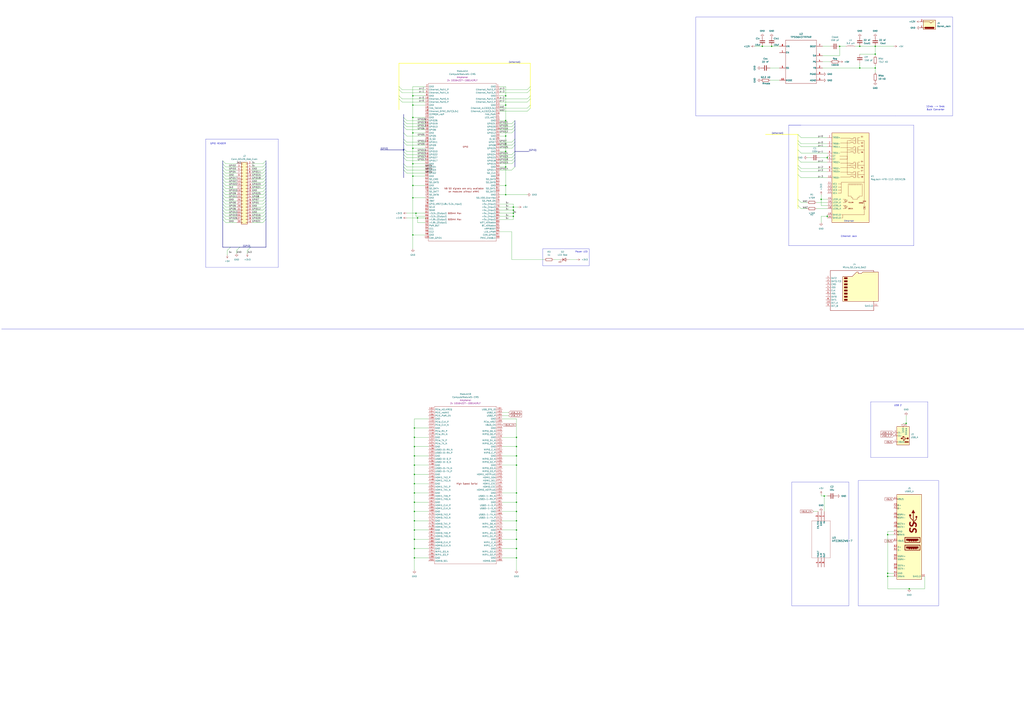
<source format=kicad_sch>
(kicad_sch (version 20250114) (generator "eeschema") (generator_version "9.0")
  (paper "A1")
  (bus_alias "5v" (members "5v" "GND"))
  (bus_alias "GPIO" (members "3v3" "GND" "5v" "GPIO[0..27]"))
  (bus_alias "ethernet" (members "p+[0..3]" "p-[0..3]" "led1" "led2"))
  (text "Ethernet" (at 697.23 181.864 0) (effects (font (size 1.27 1.27))))
  (text "12vdc -> 5vdc" (at 768.35 87.63 0) (effects (font (size 1.27 1.27))))
  (text "Power LED" (at 477.52 207.01 0) (effects (font (size 1.27 1.27))))
  (text "USB 2 " (at 737.87 333.248 0) (effects (font (size 1.27 1.27))))
  (text "Ethernet Jack" (at 697.23 194.31 0) (effects (font (size 1.27 1.27))))
  (text "Buck Converter\n" (at 768.35 90.17 0) (effects (font (size 1.27 1.27))))
  (text "GPIO HEADER" (at 179.07 118.11 0) (effects (font (size 1.27 1.27))))
  (junction (at 415.29 124.46))
  (junction (at 340.36 412.75))
  (junction (at 421.64 175.26))
  (junction (at 744.22 347.98))
  (junction (at 424.18 367.03))
  (junction (at 674.37 163.83))
  (junction (at 706.12 38.1))
  (junction (at 424.18 443.23))
  (junction (at 340.36 443.23))
  (junction (at 340.36 458.47))
  (junction (at 424.18 405.13))
  (junction (at 340.36 359.41))
  (junction (at 718.82 55.88))
  (junction (at 339.09 152.4))
  (junction (at 421.64 177.8))
  (junction (at 340.36 420.37))
  (junction (at 415.29 160.02))
  (junction (at 706.12 55.88))
  (junction (at 424.18 359.41))
  (junction (at 421.64 172.72))
  (junction (at 415.29 111.76))
  (junction (at 679.45 129.54))
  (junction (at 339.09 193.04))
  (junction (at 331.47 123.19))
  (junction (at 679.45 177.8))
  (junction (at 339.09 144.78))
  (junction (at 728.98 473.71))
  (junction (at 340.36 435.61))
  (junction (at 340.36 351.79))
  (junction (at 718.82 38.1))
  (junction (at 633.73 38.1))
  (junction (at 340.36 374.65))
  (junction (at 415.29 152.4))
  (junction (at 415.29 99.06))
  (junction (at 339.09 162.56))
  (junction (at 415.29 137.16))
  (junction (at 340.36 450.85))
  (junction (at 424.18 374.65))
  (junction (at 718.82 44.45))
  (junction (at 626.11 38.1))
  (junction (at 424.18 458.47))
  (junction (at 421.64 170.18))
  (junction (at 340.36 382.27))
  (junction (at 340.36 397.51))
  (junction (at 340.36 427.99))
  (junction (at 339.09 109.22))
  (junction (at 424.18 420.37))
  (junction (at 424.18 427.99))
  (junction (at 676.91 407.67))
  (junction (at 689.61 38.1))
  (junction (at 424.18 435.61))
  (junction (at 746.76 483.87))
  (junction (at 340.36 389.89))
  (junction (at 339.09 78.74))
  (junction (at 339.09 86.36))
  (junction (at 340.36 405.13))
  (junction (at 339.09 134.62))
  (junction (at 340.36 367.03))
  (junction (at 728.98 439.42))
  (junction (at 728.98 471.17))
  (junction (at 424.18 450.85))
  (junction (at 339.09 96.52))
  (junction (at 341.63 175.26))
  (junction (at 424.18 382.27))
  (junction (at 415.29 78.74))
  (junction (at 424.18 412.75))
  (junction (at 342.9 179.07))
  (junction (at 415.29 86.36))
  (junction (at 339.09 121.92))
  (bus_entry (at 435.61 88.9) (size -2.54 2.54))
  (bus_entry (at 422.91 127) (size -2.54 2.54))
  (bus_entry (at 422.91 119.38) (size -2.54 2.54))
  (bus_entry (at 218.44 180.34) (size -2.54 2.54))
  (bus_entry (at 435.61 71.12) (size -2.54 2.54))
  (bus_entry (at 655.32 163.83) (size 2.54 2.54))
  (bus_entry (at 331.47 139.7) (size 2.54 2.54))
  (bus_entry (at 655.32 118.11) (size 2.54 2.54))
  (bus_entry (at 655.32 135.89) (size 2.54 2.54))
  (bus_entry (at 218.44 137.16) (size -2.54 2.54))
  (bus_entry (at 422.91 132.08) (size -2.54 2.54))
  (bus_entry (at 182.88 147.32) (size 2.54 2.54))
  (bus_entry (at 182.88 180.34) (size 2.54 2.54))
  (bus_entry (at 182.88 152.4) (size 2.54 2.54))
  (bus_entry (at 655.32 130.81) (size 2.54 2.54))
  (bus_entry (at 218.44 154.94) (size -2.54 2.54))
  (bus_entry (at 218.44 147.32) (size -2.54 2.54))
  (bus_entry (at 422.91 124.46) (size -2.54 2.54))
  (bus_entry (at 435.61 73.66) (size -2.54 2.54))
  (bus_entry (at 422.91 101.6) (size -2.54 2.54))
  (bus_entry (at 331.47 137.16) (size 2.54 2.54))
  (bus_entry (at 205.74 203.2) (size -2.54 2.54))
  (bus_entry (at 327.66 81.28) (size 2.54 2.54))
  (bus_entry (at 331.47 99.06) (size 2.54 2.54))
  (bus_entry (at 422.91 106.68) (size -2.54 2.54))
  (bus_entry (at 218.44 170.18) (size -2.54 2.54))
  (bus_entry (at 196.85 203.2) (size -2.54 2.54))
  (bus_entry (at 655.32 110.49) (size 2.54 2.54))
  (bus_entry (at 331.47 121.92) (size 2.54 2.54))
  (bus_entry (at 182.88 160.02) (size 2.54 2.54))
  (bus_entry (at 182.88 177.8) (size 2.54 2.54))
  (bus_entry (at 331.47 114.3) (size 2.54 2.54))
  (bus_entry (at 327.66 78.74) (size 2.54 2.54))
  (bus_entry (at 182.88 149.86) (size 2.54 2.54))
  (bus_entry (at 435.61 81.28) (size -2.54 2.54))
  (bus_entry (at 218.44 134.62) (size -2.54 2.54))
  (bus_entry (at 327.66 71.12) (size 2.54 2.54))
  (bus_entry (at 331.47 109.22) (size 2.54 2.54))
  (bus_entry (at 218.44 142.24) (size -2.54 2.54))
  (bus_entry (at 422.91 104.14) (size -2.54 2.54))
  (bus_entry (at 182.88 144.78) (size 2.54 2.54))
  (bus_entry (at 422.91 116.84) (size -2.54 2.54))
  (bus_entry (at 218.44 139.7) (size -2.54 2.54))
  (bus_entry (at 655.32 123.19) (size 2.54 2.54))
  (bus_entry (at 182.88 137.16) (size 2.54 2.54))
  (bus_entry (at 655.32 168.91) (size 2.54 2.54))
  (bus_entry (at 218.44 165.1) (size -2.54 2.54))
  (bus_entry (at 189.23 203.2) (size -2.54 2.54))
  (bus_entry (at 218.44 172.72) (size -2.54 2.54))
  (bus_entry (at 435.61 78.74) (size -2.54 2.54))
  (bus_entry (at 218.44 162.56) (size -2.54 2.54))
  (bus_entry (at 182.88 172.72) (size 2.54 2.54))
  (bus_entry (at 182.88 170.18) (size 2.54 2.54))
  (bus_entry (at 218.44 167.64) (size -2.54 2.54))
  (bus_entry (at 655.32 143.51) (size 2.54 2.54))
  (bus_entry (at 331.47 134.62) (size 2.54 2.54))
  (bus_entry (at 218.44 132.08) (size -2.54 2.54))
  (bus_entry (at 331.47 129.54) (size 2.54 2.54))
  (bus_entry (at 331.47 127) (size 2.54 2.54))
  (bus_entry (at 422.91 114.3) (size -2.54 2.54))
  (bus_entry (at 331.47 124.46) (size 2.54 2.54))
  (bus_entry (at 182.88 134.62) (size 2.54 2.54))
  (bus_entry (at 182.88 154.94) (size 2.54 2.54))
  (bus_entry (at 422.91 137.16) (size -2.54 2.54))
  (bus_entry (at 218.44 152.4) (size -2.54 2.54))
  (bus_entry (at 218.44 177.8) (size -2.54 2.54))
  (bus_entry (at 331.47 96.52) (size 2.54 2.54))
  (bus_entry (at 655.32 138.43) (size 2.54 2.54))
  (bus_entry (at 218.44 175.26) (size -2.54 2.54))
  (bus_entry (at 218.44 149.86) (size -2.54 2.54))
  (bus_entry (at 182.88 175.26) (size 2.54 2.54))
  (bus_entry (at 435.61 86.36) (size -2.54 2.54))
  (bus_entry (at 182.88 165.1) (size 2.54 2.54))
  (bus_entry (at 182.88 167.64) (size 2.54 2.54))
  (bus_entry (at 331.47 116.84) (size 2.54 2.54))
  (bus_entry (at 422.91 99.06) (size -2.54 2.54))
  (bus_entry (at 182.88 139.7) (size 2.54 2.54))
  (bus_entry (at 655.32 115.57) (size 2.54 2.54))
  (bus_entry (at 182.88 157.48) (size 2.54 2.54))
  (bus_entry (at 218.44 144.78) (size -2.54 2.54))
  (bus_entry (at 182.88 142.24) (size 2.54 2.54))
  (bus_entry (at 327.66 73.66) (size 2.54 2.54))
  (bus_entry (at 331.47 101.6) (size 2.54 2.54))
  (bus_entry (at 331.47 104.14) (size 2.54 2.54))
  (bus_entry (at 218.44 160.02) (size -2.54 2.54))
  (bus_entry (at 182.88 162.56) (size 2.54 2.54))
  (bus_entry (at 218.44 157.48) (size -2.54 2.54))
  (bus_entry (at 182.88 132.08) (size 2.54 2.54))
  (bus_entry (at 422.91 129.54) (size -2.54 2.54))
  (wire (pts (xy 340.36 458.47) (xy 340.36 468.63)))
  (wire (pts (xy 339.09 71.12) (xy 349.25 71.12)))
  (wire (pts (xy 412.75 427.99) (xy 424.18 427.99)))
  (wire (pts (xy 339.09 71.12) (xy 339.09 78.74)))
  (wire (pts (xy 632.46 55.88) (xy 640.08 55.88)))
  (wire (pts (xy 207.01 154.94) (xy 215.9 154.94)))
  (wire (pts (xy 410.21 73.66) (xy 433.07 73.66)))
  (wire (pts (xy 424.18 420.37) (xy 424.18 427.99)))
  (wire (pts (xy 339.09 193.04) (xy 349.25 193.04)))
  (bus (pts (xy 182.88 165.1) (xy 182.88 167.64)))
  (wire (pts (xy 340.36 367.03) (xy 351.79 367.03)))
  (wire (pts (xy 185.42 157.48) (xy 194.31 157.48)))
  (wire (pts (xy 706.12 52.07) (xy 706.12 55.88)))
  (wire (pts (xy 339.09 144.78) (xy 349.25 144.78)))
  (wire (pts (xy 340.36 435.61) (xy 351.79 435.61)))
  (wire (pts (xy 340.36 405.13) (xy 340.36 412.75)))
  (wire (pts (xy 185.42 134.62) (xy 194.31 134.62)))
  (wire (pts (xy 207.01 142.24) (xy 215.9 142.24)))
  (wire (pts (xy 410.21 124.46) (xy 415.29 124.46)))
  (wire (pts (xy 424.18 359.41) (xy 424.18 367.03)))
  (wire (pts (xy 674.37 163.83) (xy 674.37 168.91)))
  (wire (pts (xy 410.21 172.72) (xy 421.64 172.72)))
  (bus (pts (xy 218.44 162.56) (xy 218.44 165.1)))
  (wire (pts (xy 340.36 351.79) (xy 340.36 359.41)))
  (bus (pts (xy 655.32 135.89) (xy 655.32 138.43)) (stroke (width 0) (color 255 255 0 1)))
  (wire (pts (xy 410.21 177.8) (xy 421.64 177.8)))
  (wire (pts (xy 424.18 382.27) (xy 424.18 405.13)))
  (bus (pts (xy 189.23 203.2) (xy 182.88 203.2)))
  (wire (pts (xy 207.01 157.48) (xy 215.9 157.48)))
  (wire (pts (xy 207.01 172.72) (xy 215.9 172.72)))
  (wire (pts (xy 657.86 140.97) (xy 679.45 140.97)))
  (bus (pts (xy 331.47 109.22) (xy 331.47 114.3)))
  (wire (pts (xy 207.01 167.64) (xy 215.9 167.64)))
  (wire (pts (xy 415.29 86.36) (xy 415.29 99.06)))
  (wire (pts (xy 410.21 111.76) (xy 415.29 111.76)))
  (bus (pts (xy 655.32 123.19) (xy 655.32 130.81)) (stroke (width 0) (color 255 255 0 1)))
  (wire (pts (xy 741.68 347.98) (xy 744.22 347.98)))
  (wire (pts (xy 207.01 144.78) (xy 215.9 144.78)))
  (wire (pts (xy 334.01 101.6) (xy 349.25 101.6)))
  (bus (pts (xy 182.88 170.18) (xy 182.88 172.72)))
  (wire (pts (xy 676.91 407.67) (xy 676.91 420.37)))
  (wire (pts (xy 340.36 412.75) (xy 340.36 420.37)))
  (wire (pts (xy 679.45 163.83) (xy 674.37 163.83)))
  (wire (pts (xy 339.09 152.4) (xy 349.25 152.4)))
  (wire (pts (xy 207.01 165.1) (xy 215.9 165.1)))
  (wire (pts (xy 676.91 407.67) (xy 679.45 407.67)))
  (wire (pts (xy 340.36 344.17) (xy 351.79 344.17)))
  (bus (pts (xy 218.44 152.4) (xy 218.44 154.94)))
  (bus (pts (xy 218.44 154.94) (xy 218.44 157.48)))
  (wire (pts (xy 207.01 147.32) (xy 215.9 147.32)))
  (wire (pts (xy 718.82 38.1) (xy 734.06 38.1)))
  (wire (pts (xy 339.09 96.52) (xy 339.09 109.22)))
  (wire (pts (xy 185.42 152.4) (xy 194.31 152.4)))
  (bus (pts (xy 435.61 52.07) (xy 327.66 52.07)) (stroke (width 0) (color 255 255 0 1)))
  (wire (pts (xy 674.37 407.67) (xy 676.91 407.67)))
  (bus (pts (xy 182.88 152.4) (xy 182.88 154.94)))
  (wire (pts (xy 421.64 175.26) (xy 410.21 175.26)))
  (wire (pts (xy 706.12 44.45) (xy 718.82 44.45)))
  (wire (pts (xy 728.98 473.71) (xy 728.98 471.17)))
  (polyline (pts (xy 228.6 219.71) (xy 228.6 114.3)))
  (polyline (pts (xy 782.32 95.25) (xy 782.32 13.97)))
  (bus (pts (xy 218.44 165.1) (xy 218.44 167.64)))
  (wire (pts (xy 410.21 104.14) (xy 420.37 104.14)))
  (wire (pts (xy 341.63 175.26) (xy 349.25 175.26)))
  (bus (pts (xy 218.44 175.26) (xy 218.44 177.8)))
  (wire (pts (xy 339.09 121.92) (xy 339.09 134.62)))
  (wire (pts (xy 185.42 170.18) (xy 194.31 170.18)))
  (bus (pts (xy 331.47 104.14) (xy 331.47 109.22)))
  (bus (pts (xy 182.88 160.02) (xy 182.88 162.56)))
  (bus (pts (xy 422.91 106.68) (xy 422.91 114.3)))
  (bus (pts (xy 218.44 147.32) (xy 218.44 149.86)))
  (wire (pts (xy 746.76 483.87) (xy 759.46 483.87)))
  (wire (pts (xy 410.21 170.18) (xy 421.64 170.18)))
  (wire (pts (xy 334.01 119.38) (xy 349.25 119.38)))
  (bus (pts (xy 331.47 93.98) (xy 331.47 96.52)))
  (bus (pts (xy 422.91 104.14) (xy 422.91 106.68)))
  (polyline (pts (xy 715.01 375.92) (xy 762 375.92)))
  (bus (pts (xy 331.47 139.7) (xy 331.47 146.05)))
  (bus (pts (xy 218.44 167.64) (xy 218.44 170.18)))
  (wire (pts (xy 410.21 86.36) (xy 415.29 86.36)))
  (polyline (pts (xy 483.87 204.47) (xy 483.87 218.44)))
  (wire (pts (xy 412.75 341.63) (xy 417.83 341.63)))
  (wire (pts (xy 185.42 160.02) (xy 194.31 160.02)))
  (polyline (pts (xy 735.33 95.25) (xy 782.32 95.25)))
  (wire (pts (xy 674.37 406.4) (xy 674.37 407.67)))
  (wire (pts (xy 410.21 134.62) (xy 420.37 134.62)))
  (wire (pts (xy 679.45 177.8) (xy 679.45 179.07)))
  (wire (pts (xy 340.36 359.41) (xy 340.36 367.03)))
  (wire (pts (xy 410.21 116.84) (xy 420.37 116.84)))
  (wire (pts (xy 334.01 104.14) (xy 349.25 104.14)))
  (wire (pts (xy 410.21 119.38) (xy 420.37 119.38)))
  (wire (pts (xy 718.82 55.88) (xy 706.12 55.88)))
  (bus (pts (xy 422.91 124.46) (xy 434.34 124.46)))
  (bus (pts (xy 655.32 110.49) (xy 628.65 110.49)) (stroke (width 0) (color 255 255 0 1)))
  (bus (pts (xy 331.47 101.6) (xy 331.47 104.14)))
  (polyline (pts (xy 650.24 396.24) (xy 650.24 497.84)))
  (wire (pts (xy 340.36 427.99) (xy 351.79 427.99)))
  (polyline (pts (xy 647.7 102.87) (xy 657.86 102.87)))
  (wire (pts (xy 334.01 99.06) (xy 349.25 99.06)))
  (wire (pts (xy 340.36 420.37) (xy 351.79 420.37)))
  (wire (pts (xy 410.21 88.9) (xy 433.07 88.9)))
  (wire (pts (xy 675.64 45.72) (xy 689.61 45.72)))
  (wire (pts (xy 706.12 38.1) (xy 718.82 38.1)))
  (wire (pts (xy 340.36 367.03) (xy 340.36 374.65)))
  (wire (pts (xy 674.37 168.91) (xy 679.45 168.91)))
  (wire (pts (xy 340.36 443.23) (xy 340.36 450.85)))
  (bus (pts (xy 327.66 52.07) (xy 327.66 71.12)) (stroke (width 0) (color 255 255 0 1)))
  (wire (pts (xy 339.09 121.92) (xy 349.25 121.92)))
  (bus (pts (xy 182.88 172.72) (xy 182.88 175.26)))
  (wire (pts (xy 421.64 177.8) (xy 421.64 180.34)))
  (wire (pts (xy 410.21 83.82) (xy 433.07 83.82)))
  (wire (pts (xy 424.18 367.03) (xy 424.18 374.65)))
  (wire (pts (xy 185.42 182.88) (xy 194.31 182.88)))
  (wire (pts (xy 633.73 38.1) (xy 640.08 38.1)))
  (bus (pts (xy 218.44 157.48) (xy 218.44 160.02)))
  (bus (pts (xy 655.32 163.83) (xy 655.32 168.91)) (stroke (width 0) (color 255 255 0 1)))
  (wire (pts (xy 334.01 111.76) (xy 349.25 111.76)))
  (wire (pts (xy 728.98 473.71) (xy 734.06 473.71)))
  (wire (pts (xy 185.42 142.24) (xy 194.31 142.24)))
  (wire (pts (xy 675.64 38.1) (xy 681.99 38.1)))
  (wire (pts (xy 339.09 152.4) (xy 339.09 162.56)))
  (bus (pts (xy 182.88 157.48) (xy 182.88 160.02)))
  (wire (pts (xy 340.36 382.27) (xy 340.36 389.89)))
  (bus (pts (xy 218.44 170.18) (xy 218.44 172.72)))
  (wire (pts (xy 207.01 137.16) (xy 215.9 137.16)))
  (bus (pts (xy 218.44 137.16) (xy 218.44 139.7)))
  (wire (pts (xy 421.64 175.26) (xy 421.64 177.8)))
  (bus (pts (xy 182.88 149.86) (xy 182.88 152.4)))
  (bus (pts (xy 218.44 132.08) (xy 218.44 134.62)))
  (wire (pts (xy 619.76 38.1) (xy 626.11 38.1)))
  (wire (pts (xy 339.09 78.74) (xy 339.09 86.36)))
  (bus (pts (xy 182.88 142.24) (xy 182.88 144.78)))
  (wire (pts (xy 424.18 458.47) (xy 424.18 468.63)))
  (wire (pts (xy 412.75 412.75) (xy 424.18 412.75)))
  (wire (pts (xy 410.21 121.92) (xy 420.37 121.92)))
  (wire (pts (xy 657.86 166.37) (xy 662.94 166.37)))
  (bus (pts (xy 422.91 124.46) (xy 422.91 127)))
  (wire (pts (xy 424.18 443.23) (xy 424.18 450.85)))
  (wire (pts (xy 207.01 170.18) (xy 215.9 170.18)))
  (wire (pts (xy 424.18 427.99) (xy 424.18 435.61)))
  (wire (pts (xy 339.09 162.56) (xy 349.25 162.56)))
  (wire (pts (xy 412.75 359.41) (xy 424.18 359.41)))
  (wire (pts (xy 185.42 180.34) (xy 194.31 180.34)))
  (wire (pts (xy 674.37 160.02) (xy 674.37 163.83)))
  (wire (pts (xy 339.09 96.52) (xy 349.25 96.52)))
  (wire (pts (xy 334.01 129.54) (xy 349.25 129.54)))
  (polyline (pts (xy 571.5 13.97) (xy 571.5 95.25)))
  (bus (pts (xy 182.88 147.32) (xy 182.88 149.86)))
  (wire (pts (xy 410.21 71.12) (xy 415.29 71.12)))
  (polyline (pts (xy 647.7 102.87) (xy 750.57 102.87)))
  (bus (pts (xy 331.47 99.06) (xy 331.47 101.6)))
  (bus (pts (xy 435.61 81.28) (xy 435.61 78.74)) (stroke (width 0) (color 255 255 0 1)))
  (wire (pts (xy 410.21 91.44) (xy 433.07 91.44)))
  (bus (pts (xy 331.47 114.3) (xy 331.47 116.84)))
  (bus (pts (xy 331.47 134.62) (xy 331.47 137.16)))
  (polyline (pts (xy 483.87 218.44) (xy 445.77 218.44)))
  (wire (pts (xy 415.29 124.46) (xy 415.29 137.16)))
  (wire (pts (xy 185.42 147.32) (xy 194.31 147.32)))
  (wire (pts (xy 185.42 139.7) (xy 194.31 139.7)))
  (wire (pts (xy 340.36 435.61) (xy 340.36 443.23)))
  (wire (pts (xy 339.09 134.62) (xy 339.09 144.78)))
  (wire (pts (xy 410.21 152.4) (xy 415.29 152.4)))
  (wire (pts (xy 420.37 127) (xy 410.21 127)))
  (polyline (pts (xy 168.91 114.3) (xy 168.91 219.71)))
  (wire (pts (xy 657.86 138.43) (xy 679.45 138.43)))
  (wire (pts (xy 330.2 73.66) (xy 349.25 73.66)))
  (wire (pts (xy 185.42 167.64) (xy 194.31 167.64)))
  (wire (pts (xy 185.42 149.86) (xy 194.31 149.86)))
  (wire (pts (xy 679.45 177.8) (xy 674.37 177.8)))
  (wire (pts (xy 340.36 359.41) (xy 351.79 359.41)))
  (polyline (pts (xy 694.69 396.24) (xy 697.23 396.24)))
  (wire (pts (xy 185.42 175.26) (xy 194.31 175.26)))
  (wire (pts (xy 349.25 177.8) (xy 341.63 177.8)))
  (wire (pts (xy 410.21 167.64) (xy 421.64 167.64)))
  (wire (pts (xy 412.75 450.85) (xy 424.18 450.85)))
  (wire (pts (xy 412.75 420.37) (xy 424.18 420.37)))
  (bus (pts (xy 182.88 132.08) (xy 182.88 134.62)))
  (wire (pts (xy 410.21 180.34) (xy 421.64 180.34)))
  (bus (pts (xy 435.61 78.74) (xy 435.61 73.66)) (stroke (width 0) (color 255 255 0 1)))
  (wire (pts (xy 679.45 176.53) (xy 679.45 177.8)))
  (wire (pts (xy 424.18 450.85) (xy 424.18 458.47)))
  (bus (pts (xy 422.91 119.38) (xy 422.91 124.46)))
  (bus (pts (xy 422.91 129.54) (xy 422.91 132.08)))
  (wire (pts (xy 421.64 170.18) (xy 421.64 172.72)))
  (wire (pts (xy 657.86 113.03) (xy 679.45 113.03)))
  (bus (pts (xy 422.91 132.08) (xy 422.91 137.16)))
  (wire (pts (xy 415.29 78.74) (xy 415.29 86.36)))
  (bus (pts (xy 331.47 123.19) (xy 331.47 124.46)))
  (wire (pts (xy 207.01 149.86) (xy 215.9 149.86)))
  (wire (pts (xy 334.01 132.08) (xy 349.25 132.08)))
  (bus (pts (xy 182.88 134.62) (xy 182.88 137.16)))
  (wire (pts (xy 702.31 38.1) (xy 706.12 38.1)))
  (wire (pts (xy 410.21 160.02) (xy 415.29 160.02)))
  (wire (pts (xy 415.29 99.06) (xy 410.21 99.06)))
  (bus (pts (xy 218.44 149.86) (xy 218.44 152.4)))
  (bus (pts (xy 435.61 73.66) (xy 435.61 71.12)) (stroke (width 0) (color 255 255 0 1)))
  (wire (pts (xy 657.86 118.11) (xy 679.45 118.11)))
  (polyline (pts (xy 1.27 270.51) (xy 842.01 270.51)))
  (bus (pts (xy 331.47 96.52) (xy 331.47 99.06)))
  (wire (pts (xy 424.18 374.65) (xy 424.18 382.27)))
  (wire (pts (xy 410.21 101.6) (xy 420.37 101.6)))
  (wire (pts (xy 334.01 139.7) (xy 349.25 139.7)))
  (bus (pts (xy 218.44 203.2) (xy 205.74 203.2)))
  (wire (pts (xy 632.46 66.04) (xy 640.08 66.04)))
  (wire (pts (xy 330.2 81.28) (xy 349.25 81.28)))
  (wire (pts (xy 728.98 483.87) (xy 728.98 473.71)))
  (polyline (pts (xy 704.85 477.52) (xy 704.85 394.97)))
  (wire (pts (xy 334.01 116.84) (xy 349.25 116.84)))
  (wire (pts (xy 207.01 162.56) (xy 215.9 162.56)))
  (bus (pts (xy 182.88 139.7) (xy 182.88 142.24)))
  (wire (pts (xy 689.61 38.1) (xy 694.69 38.1)))
  (bus (pts (xy 655.32 130.81) (xy 655.32 135.89)) (stroke (width 0) (color 255 255 0 1)))
  (polyline (pts (xy 694.69 396.24) (xy 650.24 396.24)))
  (wire (pts (xy 185.42 165.1) (xy 194.31 165.1)))
  (wire (pts (xy 185.42 177.8) (xy 194.31 177.8)))
  (wire (pts (xy 673.1 129.54) (xy 679.45 129.54)))
  (wire (pts (xy 421.64 170.18) (xy 425.45 170.18)))
  (wire (pts (xy 415.29 152.4) (xy 415.29 160.02)))
  (bus (pts (xy 196.85 203.2) (xy 189.23 203.2)))
  (wire (pts (xy 334.01 124.46) (xy 349.25 124.46)))
  (wire (pts (xy 410.21 137.16) (xy 415.29 137.16)))
  (wire (pts (xy 412.75 435.61) (xy 424.18 435.61)))
  (polyline (pts (xy 445.77 204.47) (xy 445.77 218.44)))
  (polyline (pts (xy 650.24 497.84) (xy 697.23 497.84)))
  (wire (pts (xy 185.42 137.16) (xy 194.31 137.16)))
  (wire (pts (xy 339.09 193.04) (xy 339.09 204.47)))
  (polyline (pts (xy 168.91 219.71) (xy 228.6 219.71)))
  (wire (pts (xy 728.98 471.17) (xy 734.06 471.17)))
  (wire (pts (xy 657.86 171.45) (xy 662.94 171.45)))
  (bus (pts (xy 218.44 160.02) (xy 218.44 162.56)))
  (wire (pts (xy 668.02 420.37) (xy 671.83 420.37)))
  (wire (pts (xy 185.42 172.72) (xy 194.31 172.72)))
  (wire (pts (xy 207.01 139.7) (xy 215.9 139.7)))
  (bus (pts (xy 422.91 116.84) (xy 422.91 119.38)))
  (wire (pts (xy 412.75 374.65) (xy 424.18 374.65)))
  (polyline (pts (xy 571.5 95.25) (xy 735.33 95.25)))
  (wire (pts (xy 342.9 182.88) (xy 342.9 179.07)))
  (wire (pts (xy 759.46 483.87) (xy 759.46 473.71)))
  (wire (pts (xy 339.09 78.74) (xy 349.25 78.74)))
  (wire (pts (xy 706.12 55.88) (xy 675.64 55.88)))
  (wire (pts (xy 415.29 111.76) (xy 415.29 124.46)))
  (wire (pts (xy 340.36 389.89) (xy 351.79 389.89)))
  (wire (pts (xy 410.21 76.2) (xy 433.07 76.2)))
  (wire (pts (xy 410.21 106.68) (xy 420.37 106.68)))
  (wire (pts (xy 207.01 182.88) (xy 215.9 182.88)))
  (bus (pts (xy 218.44 139.7) (xy 218.44 142.24)))
  (polyline (pts (xy 647.7 201.93) (xy 647.7 102.87)))
  (wire (pts (xy 334.01 175.26) (xy 341.63 175.26)))
  (polyline (pts (xy 715.01 330.2) (xy 715.01 375.92)))
  (bus (pts (xy 327.66 78.74) (xy 327.66 81.28)) (stroke (width 0) (color 255 255 0 1)))
  (wire (pts (xy 679.45 129.54) (xy 679.45 130.81)))
  (wire (pts (xy 340.36 382.27) (xy 351.79 382.27)))
  (wire (pts (xy 728.98 483.87) (xy 746.76 483.87)))
  (wire (pts (xy 330.2 76.2) (xy 349.25 76.2)))
  (wire (pts (xy 339.09 144.78) (xy 339.09 152.4)))
  (polyline (pts (xy 715.01 330.2) (xy 762 330.2)))
  (bus (pts (xy 655.32 118.11) (xy 655.32 123.19)) (stroke (width 0) (color 255 255 0 1)))
  (wire (pts (xy 657.86 133.35) (xy 679.45 133.35)))
  (wire (pts (xy 203.2 205.74) (xy 203.2 208.28)))
  (polyline (pts (xy 750.57 102.87) (xy 750.57 201.93)))
  (wire (pts (xy 421.64 172.72) (xy 421.64 175.26)))
  (polyline (pts (xy 704.85 477.52) (xy 704.85 497.84)))
  (bus (pts (xy 435.61 88.9) (xy 435.61 86.36)) (stroke (width 0) (color 255 255 0 1)))
  (bus (pts (xy 182.88 175.26) (xy 182.88 177.8)))
  (bus (pts (xy 422.91 114.3) (xy 422.91 116.84)))
  (wire (pts (xy 185.42 144.78) (xy 194.31 144.78)))
  (wire (pts (xy 342.9 179.07) (xy 349.25 179.07)))
  (wire (pts (xy 185.42 162.56) (xy 194.31 162.56)))
  (wire (pts (xy 420.37 213.36) (xy 447.04 213.36)))
  (wire (pts (xy 675.64 50.8) (xy 681.99 50.8)))
  (wire (pts (xy 415.29 71.12) (xy 415.29 78.74)))
  (wire (pts (xy 340.36 374.65) (xy 351.79 374.65)))
  (wire (pts (xy 412.75 405.13) (xy 424.18 405.13)))
  (bus (pts (xy 422.91 101.6) (xy 422.91 104.14)))
  (wire (pts (xy 341.63 177.8) (xy 341.63 175.26)))
  (wire (pts (xy 728.98 436.88) (xy 734.06 436.88)))
  (wire (pts (xy 718.82 38.1) (xy 718.82 44.45)))
  (wire (pts (xy 415.29 160.02) (xy 433.07 160.02)))
  (wire (pts (xy 330.2 83.82) (xy 349.25 83.82)))
  (wire (pts (xy 340.36 450.85) (xy 351.79 450.85)))
  (wire (pts (xy 412.75 458.47) (xy 424.18 458.47)))
  (wire (pts (xy 349.25 179.07) (xy 349.25 180.34)))
  (wire (pts (xy 410.21 132.08) (xy 420.37 132.08)))
  (bus (pts (xy 655.32 143.51) (xy 655.32 163.83)) (stroke (width 0) (color 255 255 0 1)))
  (wire (pts (xy 340.36 344.17) (xy 340.36 351.79)))
  (polyline (pts (xy 762 375.92) (xy 762 330.2)))
  (wire (pts (xy 340.36 351.79) (xy 351.79 351.79)))
  (bus (pts (xy 655.32 115.57) (xy 655.32 118.11)) (stroke (width 0) (color 255 255 0 1)))
  (polyline (pts (xy 704.85 394.97) (xy 770.89 394.97)))
  (wire (pts (xy 689.61 38.1) (xy 689.61 45.72)))
  (wire (pts (xy 410.21 81.28) (xy 433.07 81.28)))
  (wire (pts (xy 718.82 59.69) (xy 718.82 55.88)))
  (wire (pts (xy 424.18 405.13) (xy 424.18 412.75)))
  (wire (pts (xy 412.75 344.17) (xy 424.18 344.17)))
  (wire (pts (xy 410.21 139.7) (xy 420.37 139.7)))
  (wire (pts (xy 339.09 86.36) (xy 349.25 86.36)))
  (wire (pts (xy 334.01 142.24) (xy 349.25 142.24)))
  (bus (pts (xy 655.32 110.49) (xy 655.32 115.57)) (stroke (width 0) (color 255 255 0 1)))
  (wire (pts (xy 674.37 177.8) (xy 674.37 182.88)))
  (wire (pts (xy 670.56 166.37) (xy 679.45 166.37)))
  (wire (pts (xy 424.18 344.17) (xy 424.18 359.41)))
  (bus (pts (xy 422.91 127) (xy 422.91 129.54)))
  (wire (pts (xy 415.29 137.16) (xy 415.29 152.4)))
  (bus (pts (xy 182.88 180.34) (xy 182.88 203.2)))
  (wire (pts (xy 340.36 397.51) (xy 351.79 397.51)))
  (wire (pts (xy 207.01 175.26) (xy 215.9 175.26)))
  (bus (pts (xy 312.42 123.19) (xy 331.47 123.19)))
  (wire (pts (xy 718.82 44.45) (xy 718.82 45.72)))
  (wire (pts (xy 186.69 205.74) (xy 186.69 209.55)))
  (wire (pts (xy 340.36 427.99) (xy 340.36 435.61)))
  (wire (pts (xy 340.36 405.13) (xy 351.79 405.13)))
  (wire (pts (xy 340.36 458.47) (xy 351.79 458.47)))
  (wire (pts (xy 207.01 180.34) (xy 215.9 180.34)))
  (wire (pts (xy 410.21 78.74) (xy 415.29 78.74)))
  (wire (pts (xy 334.01 137.16) (xy 349.25 137.16)))
  (polyline (pts (xy 770.89 394.97) (xy 770.89 497.84)))
  (wire (pts (xy 662.94 129.54) (xy 665.48 129.54)))
  (wire (pts (xy 467.36 213.36) (xy 473.71 213.36)))
  (wire (pts (xy 207.01 177.8) (xy 215.9 177.8)))
  (bus (pts (xy 218.44 172.72) (xy 218.44 175.26)))
  (wire (pts (xy 340.36 412.75) (xy 351.79 412.75)))
  (bus (pts (xy 182.88 144.78) (xy 182.88 147.32)))
  (bus (pts (xy 331.47 137.16) (xy 331.47 139.7)))
  (wire (pts (xy 334.01 179.07) (xy 342.9 179.07)))
  (wire (pts (xy 340.36 389.89) (xy 340.36 397.51)))
  (wire (pts (xy 339.09 109.22) (xy 349.25 109.22)))
  (bus (pts (xy 218.44 134.62) (xy 218.44 137.16)))
  (bus (pts (xy 331.47 127) (xy 331.47 129.54)))
  (bus (pts (xy 182.88 154.94) (xy 182.88 157.48)))
  (bus (pts (xy 331.47 129.54) (xy 331.47 134.62)))
  (wire (pts (xy 670.56 171.45) (xy 679.45 171.45)))
  (polyline (pts (xy 770.89 497.84) (xy 704.85 497.84)))
  (wire (pts (xy 424.18 412.75) (xy 424.18 420.37)))
  (bus (pts (xy 182.88 162.56) (xy 182.88 165.1)))
  (wire (pts (xy 339.09 162.56) (xy 339.09 193.04)))
  (bus (pts (xy 218.44 142.24) (xy 218.44 144.78)))
  (wire (pts (xy 410.21 109.22) (xy 420.37 109.22)))
  (wire (pts (xy 412.75 382.27) (xy 424.18 382.27)))
  (bus (pts (xy 182.88 167.64) (xy 182.88 170.18)))
  (polyline (pts (xy 697.23 497.84) (xy 697.23 396.24)))
  (wire (pts (xy 340.36 420.37) (xy 340.36 427.99)))
  (wire (pts (xy 728.98 439.42) (xy 728.98 436.88)))
  (wire (pts (xy 339.09 109.22) (xy 339.09 121.92)))
  (bus (pts (xy 327.66 73.66) (xy 327.66 78.74)) (stroke (width 0) (color 255 255 0 1)))
  (wire (pts (xy 454.66 213.36) (xy 459.74 213.36)))
  (bus (pts (xy 435.61 71.12) (xy 435.61 52.07)) (stroke (width 0) (color 255 255 0 1)))
  (polyline (pts (xy 750.57 201.93) (xy 647.7 201.93)))
  (wire (pts (xy 185.42 154.94) (xy 194.31 154.94)))
  (wire (pts (xy 207.01 134.62) (xy 215.9 134.62)))
  (bus (pts (xy 218.44 177.8) (xy 218.44 180.34)))
  (wire (pts (xy 626.11 38.1) (xy 633.73 38.1)))
  (polyline (pts (xy 168.91 114.3) (xy 228.6 114.3)))
  (wire (pts (xy 734.06 439.42) (xy 728.98 439.42)))
  (bus (pts (xy 435.61 86.36) (xy 435.61 81.28)) (stroke (width 0) (color 255 255 0 1)))
  (wire (pts (xy 679.45 128.27) (xy 679.45 129.54)))
  (bus (pts (xy 218.44 144.78) (xy 218.44 147.32)))
  (wire (pts (xy 207.01 152.4) (xy 215.9 152.4)))
  (wire (pts (xy 657.86 120.65) (xy 679.45 120.65)))
  (wire (pts (xy 339.09 86.36) (xy 339.09 96.52)))
  (wire (pts (xy 421.64 167.64) (xy 421.64 170.18)))
  (wire (pts (xy 728.98 471.17) (xy 728.98 439.42)))
  (wire (pts (xy 424.18 435.61) (xy 424.18 443.23)))
  (bus (pts (xy 331.47 116.84) (xy 331.47 121.92)))
  (wire (pts (xy 657.86 146.05) (xy 679.45 146.05)))
  (wire (pts (xy 415.29 99.06) (xy 415.29 111.76)))
  (wire (pts (xy 410.21 129.54) (xy 420.37 129.54)))
  (wire (pts (xy 412.75 367.03) (xy 424.18 367.03)))
  (bus (pts (xy 331.47 121.92) (xy 331.47 123.19)))
  (wire (pts (xy 340.36 397.51) (xy 340.36 405.13)))
  (bus (pts (xy 182.88 137.16) (xy 182.88 139.7)))
  (wire (pts (xy 412.75 443.23) (xy 424.18 443.23)))
  (wire (pts (xy 334.01 127) (xy 349.25 127)))
  (bus (pts (xy 205.74 203.2) (xy 196.85 203.2)))
  (bus (pts (xy 327.66 81.28) (xy 327.66 90.17)) (stroke (width 0) (color 255 255 0 1)))
  (bus (pts (xy 655.32 168.91) (xy 655.32 171.45)) (stroke (width 0) (color 255 255 0 1)))
  (bus (pts (xy 422.91 99.06) (xy 422.91 101.6)))
  (bus (pts (xy 182.88 177.8) (xy 182.88 180.34)))
  (wire (pts (xy 334.01 106.68) (xy 349.25 106.68)))
  (bus (pts (xy 655.32 138.43) (xy 655.32 143.51)) (stroke (width 0) (color 255 255 0 1)))
  (wire (pts (xy 340.36 450.85) (xy 340.36 458.47)))
  (wire (pts (xy 657.86 125.73) (xy 679.45 125.73)))
  (wire (pts (xy 420.37 213.36) (xy 420.37 190.5)))
  (bus (pts (xy 327.66 71.12) (xy 327.66 73.66)) (stroke (width 0) (color 255 255 0 1)))
  (wire (pts (xy 412.75 339.09) (xy 417.83 339.09)))
  (wire (pts (xy 420.37 190.5) (xy 410.21 190.5)))
  (wire (pts (xy 744.22 341.63) (xy 744.22 347.98)))
  (polyline (pts (xy 445.77 204.47) (xy 483.87 204.47)))
  (polyline (pts (xy 782.32 13.97) (xy 571.5 13.97)))
  (bus (pts (xy 218.44 180.34) (xy 218.44 203.2)))
  (wire (pts (xy 339.09 134.62) (xy 349.25 134.62)))
  (wire (pts (xy 718.82 53.34) (xy 718.82 55.88)))
  (wire (pts (xy 194.31 205.74) (xy 194.31 208.28)))
  (wire (pts (xy 207.01 160.02) (xy 215.9 160.02)))
  (wire (pts (xy 340.36 374.65) (xy 340.36 382.27)))
  (bus (pts (xy 331.47 124.46) (xy 331.47 127)))
  (wire (pts (xy 349.25 182.88) (xy 342.9 182.88)))
  (wire (pts (xy 340.36 443.23) (xy 351.79 443.23)))
  (label "GPIO17" (at 342.9 132.08 0))
  (label "p-2" (at 671.83 138.43 0))
  (label "p+3" (at 671.83 140.97 0))
  (label "GPIO19" (at 342.9 101.6 0))
  (label "GPIO3" (at 187.96 139.7 0))
  (label "GPIO26" (at 187.96 180.34 0))
  (label "5v" (at 187.96 208.28 0))
  (label "GPIO0" (at 187.96 167.64 0))
  (label "GPIO5" (at 187.96 170.18 0))
  (label "GPIO18" (at 410.21 132.08 0))
  (label "GPIO15" (at 207.01 144.78 0))
  (label "GPIO6" (at 342.9 106.68 0))
  (label "p+0" (at 671.83 113.03 0))
  (label "GPIO12" (at 410.21 109.22 0))
  (label "GPIO14" (at 410.21 139.7 0))
  (label "GND" (at 187.96 165.1 0))
  (label "GND" (at 207.01 139.7 0))
  (label "led1" (at 659.13 166.37 0))
  (label "p+1" (at 671.83 120.65 0))
  (label "GPIO11" (at 187.96 162.56 0))
  (label "p+2" (at 410.21 83.82 0))
  (label "3v3" (at 194.31 134.62 0))
  (label "GPIO7" (at 410.21 116.84 0))
  (label "GPIO13" (at 187.96 175.26 0))
  (label "GPIO6" (at 187.96 172.72 0))
  (label "{GPIO}" (at 199.39 203.2 0))
  (label "GND" (at 194.31 208.28 0))
  (label "5v" (at 207.01 134.62 0))
  (label "GPIO12" (at 207.01 172.72 0))
  (label "GPIO10" (at 342.9 124.46 0))
  (label "p-3" (at 671.83 146.05 0))
  (label "GPIO8" (at 410.21 119.38 0))
  (label "GPIO18" (at 207.01 147.32 0))
  (label "GND" (at 187.96 182.88 0))
  (label "GPIO20" (at 207.01 180.34 0))
  (label "p-2" (at 410.21 81.28 0))
  (label "{ethernet}" (at 633.73 110.49 0))
  (label "3v3" (at 187.96 154.94 0))
  (label "p-3" (at 410.21 76.2 0))
  (label "GPIO4" (at 187.96 142.24 0))
  (label "led1" (at 410.21 88.9 0))
  (label "GPIO25" (at 410.21 121.92 0))
  (label "led2" (at 410.21 91.44 0))
  (label "GPIO26" (at 342.9 99.06 0))
  (label "GPIO19" (at 187.96 177.8 0))
  (label "GND" (at 207.01 170.18 0))
  (label "p+0" (at 344.17 83.82 0))
  (label "GPIO15" (at 410.21 134.62 0))
  (label "GPIO9" (at 342.9 119.38 0))
  (label "GPIO23" (at 410.21 129.54 0))
  (label "5v" (at 415.29 170.18 0))
  (label "GPIO27" (at 342.9 129.54 0))
  (label "5v" (at 207.01 137.16 0))
  (label "5v" (at 415.29 180.34 0))
  (label "GPIO16" (at 207.01 177.8 0))
  (label "GND" (at 207.01 175.26 0))
  (label "GPIO14" (at 207.01 142.24 0))
  (label "p+3" (at 410.21 73.66 0))
  (label "5v" (at 421.64 175.26 0))
  (label "GPIO22" (at 187.96 152.4 0))
  (label "GPIO8" (at 207.01 162.56 0))
  (label "p+2" (at 671.83 133.35 0))
  (label "GPIO21" (at 410.21 101.6 0))
  (label "GPIO5" (at 342.9 111.76 0))
  (label "GPIO17" (at 187.96 147.32 0))
  (label "GPIO11" (at 342.9 116.84 0))
  (label "GPIO23" (at 207.01 152.4 0))
  (label "GPIO24" (at 207.01 154.94 0))
  (label "GPIO1" (at 207.01 167.64 0))
  (label "GND" (at 187.96 144.78 0))
  (label "GPIO3" (at 349.25 139.7 0))
  (label "GPIO2" (at 349.25 142.24 0))
  (label "p-1" (at 344.17 76.2 0))
  (label "GPIO13" (at 342.9 104.14 0))
  (label "5v" (at 415.29 172.72 0))
  (label "p+2" (at 344.17 73.66 0))
  (label "{GPIO}" (at 312.42 123.19 0))
  (label "3v3" (at 203.2 208.28 0))
  (label "5v" (at 415.29 177.8 0))
  (label "GPIO24" (at 410.21 127 0))
  (label "5v" (at 415.29 167.64 0))
  (label "GPIO27" (at 187.96 149.86 0))
  (label "p-1" (at 671.83 125.73 0))
  (label "GND" (at 207.01 157.48 0))
  (label "GPIO22" (at 342.9 127 0))
  (label "GPIO16" (at 410.21 106.68 0))
  (label "GPIO10" (at 187.96 157.48 0))
  (label "GPIO7" (at 207.01 165.1 0))
  (label "p-0" (at 344.17 81.28 0))
  (label "GND" (at 207.01 149.86 0))
  (label "{ethernet}" (at 417.83 52.07 0))
  (label "GPIO9" (at 187.96 160.02 0))
  (label "GPIO4" (at 349.25 137.16 0))
  (label "{GPIO}" (at 434.34 124.46 0))
  (label "GPIO21" (at 207.01 182.88 0))
  (label "GPIO20" (at 410.21 104.14 0))
  (label "p-0" (at 671.83 118.11 0))
  (label "GPIO25" (at 207.01 160.02 0))
  (label "GPIO2" (at 187.96 137.16 0))
  (label "led2" (at 659.13 171.45 0))
  (global_label "VBUS_EN" (shape input) (at 668.02 420.37 180) (property "Intersheetrefs" "${INTERSHEET_REFS}" (effects (hide yes))))
  (global_label "VBUS" (shape input) (at 734.06 363.22 180) (property "Intersheetrefs" "${INTERSHEET_REFS}" (effects (hide yes))))
  (global_label "USB_2_N" (shape input) (at 734.06 355.6 180) (property "Intersheetrefs" "${INTERSHEET_REFS}" (effects (hide yes))))
  (global_label "USB_2_N" (shape input) (at 417.83 339.09 0) (property "Intersheetrefs" "${INTERSHEET_REFS}" (effects (hide yes))))
  (global_label "USB_2_P" (shape input) (at 417.83 341.63 0) (property "Intersheetrefs" "${INTERSHEET_REFS}" (effects (hide yes))))
  (global_label "USB_2_P" (shape input) (at 734.06 358.14 180) (property "Intersheetrefs" "${INTERSHEET_REFS}" (effects (hide yes))))
  (global_label "VBUS" (shape input) (at 734.06 410.21 180) (property "Intersheetrefs" "${INTERSHEET_REFS}" (effects (hide yes))))
  (global_label "VBUS_EN" (shape input) (at 412.75 349.25 0) (property "Intersheetrefs" "${INTERSHEET_REFS}" (effects (hide yes))))
  (global_label "VBUS" (shape input) (at 734.06 444.5 180) (property "Intersheetrefs" "${INTERSHEET_REFS}" (effects (hide yes))))
  (symbol (lib_id "power:GND") (at 674.37 182.88 0) (unit 1)
    (property "Reference" "#PWR012" (effects (hide yes)))
    (property "Value" "GND" (at 674.37 187.96 0))
    (property "Description" "Power symbol creates a global label with name \"GND\" , ground" (effects (hide yes)))
  )
  (symbol (lib_id "CM5IO:MagJack-A70-112-331N126") (at 701.04 184.15 0) (unit 1)
    (property "Reference" "U1" (at 715.01 144.7799 0) (effects (justify left)))
    (property "Value" "MagJack-A70-112-331N126" (at 715.01 147.3199 0) (effects (justify left)))
    (property "Footprint" "CM5IO:TRJG0926HENL" (effects (hide yes)))
  )
  (symbol (lib_id "power:+5V") (at 689.61 50.8 270) (unit 1)
    (property "Reference" "#PWR028" (effects (hide yes)))
    (property "Value" "+5V" (at 693.42 50.7999 90) (effects (justify left)))
    (property "Description" "Power symbol creates a global label with name \"+5V\"" (effects (hide yes)))
  )
  (symbol (lib_id "Device:C") (at 628.65 55.88 90) (unit 1)
    (property "Reference" "Css" (at 628.65 48.26 90))
    (property "Value" "22 nF" (at 628.65 50.8 90))
    (property "Datasheet" "https://www.mouser.com/datasheet/3/76/1/GRM155R71C223KA01_01A.pdf" (effects (hide yes)))
    (property "Description" "Chip Multilayer Ceramic Capacitors" (effects (hide yes)))
  )
  (symbol (lib_id "power:GND") (at 746.76 483.87 0) (unit 1)
    (property "Reference" "#PWR031" (effects (hide yes)))
    (property "Value" "GND" (at 746.76 488.95 0))
    (property "Description" "Power symbol creates a global label with name \"GND\" , ground" (effects (hide yes)))
  )
  (symbol (lib_id "power:GND") (at 624.84 55.88 270) (unit 1)
    (property "Reference" "#PWR027" (effects (hide yes)))
    (property "Value" "GND" (at 619.76 55.88 0))
    (property "Description" "Power symbol creates a global label with name \"GND\" , ground" (effects (hide yes)))
  )
  (symbol (lib_id "power:+12V") (at 755.65 17.78 90) (unit 1)
    (property "Reference" "#PWR01" (effects (hide yes)))
    (property "Value" "+12V" (at 751.84 17.7799 90) (effects (justify left)))
    (property "Description" "Power symbol creates a global label with name \"+12V\"" (effects (hide yes)))
  )
  (symbol (lib_id "Device:R") (at 685.8 50.8 90) (unit 1)
    (property "Reference" "Rpg" (at 685.8 48.26 90))
    (property "Value" "100kΩ" (at 685.8 53.34 90))
    (property "Datasheet" "https://www.vishay.com/docs/20035/dcrcwe3.pdf" (effects (hide yes)))
    (property "Description" "Standard Thick Film Chip Resistors" (effects (hide yes)))
  )
  (symbol (lib_id "Device:C") (at 669.29 129.54 90) (unit 1)
    (property "Reference" "C1" (at 669.29 121.92 90))
    (property "Value" "100n" (at 669.29 124.46 90))
    (property "Footprint" "Capacitor_SMD:C_0402_1005Metric" (effects (hide yes)))
    (property "Description" "Unpolarized capacitor" (effects (hide yes)))
  )
  (symbol (lib_id "power:GND") (at 718.82 30.48 180) (unit 1)
    (property "Reference" "#PWR030" (effects (hide yes)))
    (property "Value" "GND" (at 718.82 25.4 0))
    (property "Description" "Power symbol creates a global label with name \"GND\" , ground" (effects (hide yes)))
  )
  (symbol (lib_id "Device:C") (at 706.12 34.29 180) (unit 1)
    (property "Reference" "Cout1" (at 715.01 35.56 0) (effects (justify left)))
    (property "Value" "22 nF" (at 715.01 33.02 0) (effects (justify left)))
    (property "Datasheet" "https://product.tdk.com/en/search/capacitor/ceramic/mlcc/info?part_no=C3225X6S1C226M250AC" (effects (hide yes)))
    (property "Description" "Chip Multilayer Ceramic Capacitors" (effects (hide yes)))
  )
  (symbol (lib_id "power:GND") (at 626.11 30.48 180) (unit 1)
    (property "Reference" "#PWR08" (effects (hide yes)))
    (property "Value" "GND" (at 626.11 25.4 0))
    (property "Description" "Power symbol creates a global label with name \"GND\" , ground" (effects (hide yes)))
  )
  (symbol (lib_id "power:+1V8") (at 334.01 179.07 90) (unit 1)
    (property "Reference" "#PWR014" (effects (hide yes)))
    (property "Value" "+1V8" (at 330.2 179.0699 90) (effects (justify left)))
    (property "Description" "Power symbol creates a global label with name \"+1V8\"" (effects (hide yes)))
  )
  (symbol (lib_id "Device:C") (at 626.11 34.29 180) (unit 1)
    (property "Reference" "Cin" (at 622.3 31.75 0))
    (property "Value" "10uf" (at 622.3 36.83 0))
    (property "Datasheet" "https://search.murata.co.jp/Ceramy/image/img/A01X/G101/ENG/GRM21BR61E106MA73-01.pdf" (effects (hide yes)))
    (property "Description" "Chip Monolithic Ceramic Capacitor for General" (effects (hide yes)))
  )
  (symbol (lib_id "Connector:USB_A") (at 741.68 358.14 180) (unit 1)
    (property "Reference" "J3" (at 748.03 356.8699 0) (effects (justify right)))
    (property "Value" "USB_A" (at 748.03 359.4099 0) (effects (justify right)))
    (property "Footprint" "Connector_USB:USB_A_Receptacle_GCT_USB1046" (effects (hide yes)))
    (property "Description" "USB Type A connector" (effects (hide yes)))
  )
  (symbol (lib_id "power:GND") (at 433.07 160.02 90) (unit 1)
    (property "Reference" "#PWR015" (effects (hide yes)))
    (property "Value" "GND" (at 436.88 160.0199 90) (effects (justify right)))
    (property "Description" "Power symbol creates a global label with name \"GND\" , ground" (effects (hide yes)))
  )
  (symbol (lib_id "Connector:Barrel_Jack") (at 763.27 20.32 180) (unit 1)
    (property "Reference" "J1" (at 769.62 19.0499 0) (effects (justify right)))
    (property "Value" "Barrel_Jack" (at 769.62 21.5899 0) (effects (justify right)))
    (property "Footprint" "Connector_BarrelJack:BarrelJack_CUI_PJ-063AH_Horizontal" (effects (hide yes)))
    (property "Description" "DC Barrel Jack" (effects (hide yes)))
  )
  (symbol (lib_id "Device:R") (at 628.65 66.04 90) (unit 1)
    (property "Reference" "Rmode" (at 626.11 68.58 90) (effects (justify right)))
    (property "Value" "52.3 kΩ" (at 624.84 63.5 90) (effects (justify right)))
    (property "Datasheet" "https://www.vishay.com/docs/20035/dcrcwe3.pdf" (effects (hide yes)))
    (property "Description" "Standard Thick Film Chip Resistors" (effects (hide yes)))
  )
  (symbol (lib_id "Connector_Generic:Conn_02x20_Odd_Even") (at 199.39 157.48 0) (unit 1)
    (property "Reference" "J2" (at 200.66 128.27 0))
    (property "Value" "Conn_02x20_Odd_Even" (at 200.66 130.81 0))
    (property "Footprint" "Connector_PinHeader_2.54mm:PinHeader_2x20_P2.54mm_Vertical" (effects (hide yes)))
    (property "Description" "Generic connector, double row, 02x20, odd/even pin numbering scheme (row 1 odd numbers, row 2 even numbers), script generated (kicad-library-utils/schlib/autogen/connector/)" (effects (hide yes)))
  )
  (symbol (lib_id "power:GND") (at 675.64 66.04 90) (unit 1)
    (property "Reference" "#PWR07" (effects (hide yes)))
    (property "Value" "GND" (at 679.45 66.0399 90) (effects (justify right)))
    (property "Description" "Power symbol creates a global label with name \"GND\" , ground" (effects (hide yes)))
  )
  (symbol (lib_id "power:+5V") (at 674.37 406.4 0) (unit 1)
    (property "Reference" "#PWR022" (effects (hide yes)))
    (property "Value" "+5V" (at 674.37 401.32 0))
    (property "Description" "Power symbol creates a global label with name \"+5V\"" (effects (hide yes)))
  )
  (symbol (lib_id "Device:R") (at 718.82 63.5 180) (unit 1)
    (property "Reference" "Rfbb" (at 721.36 62.2299 0) (effects (justify right)))
    (property "Value" "10 kΩ" (at 721.36 64.7699 0) (effects (justify right)))
    (property "Datasheet" "https://www.vishay.com/docs/20035/dcrcwe3.pdf" (effects (hide yes)))
    (property "Description" "Standard Thick Film Chip Resistors" (effects (hide yes)))
  )
  (symbol (lib_id "power:GND") (at 340.36 468.63 0) (unit 1)
    (property "Reference" "#PWR020" (effects (hide yes)))
    (property "Value" "GND" (at 340.36 473.71 0))
    (property "Description" "Power symbol creates a global label with name \"GND\" , ground" (effects (hide yes)))
  )
  (symbol (lib_id "power:GND") (at 339.09 204.47 0) (unit 1)
    (property "Reference" "#PWR04" (effects (hide yes)))
    (property "Value" "GND" (at 339.09 209.55 0))
    (property "Description" "Power symbol creates a global label with name \"GND\" , ground" (effects (hide yes)))
  )
  (symbol (lib_id "power:+3V3") (at 674.37 160.02 0) (unit 1)
    (property "Reference" "#PWR016" (effects (hide yes)))
    (property "Value" "+3V3" (at 674.3701 156.21 90) (effects (justify left)))
    (property "Description" "Power symbol creates a global label with name \"+3V3\"" (effects (hide yes)))
  )
  (symbol (lib_id "power:GND") (at 744.22 341.63 180) (unit 1)
    (property "Reference" "#PWR03" (effects (hide yes)))
    (property "Value" "GND" (at 744.22 336.55 0))
    (property "Description" "Power symbol creates a global label with name \"GND\" , ground" (effects (hide yes)))
  )
  (symbol (lib_id "power:+3V3") (at 334.01 175.26 90) (unit 1)
    (property "Reference" "#PWR013" (effects (hide yes)))
    (property "Value" "+3V3" (at 330.2 175.2599 90) (effects (justify left)))
    (property "Description" "Power symbol creates a global label with name \"+3V3\"" (effects (hide yes)))
  )
  (symbol (lib_id "Device:C") (at 706.12 48.26 0) (unit 1)
    (property "Reference" "Cff" (at 709.93 46.9899 0) (effects (justify left)))
    (property "Value" "150 pF" (at 709.93 49.5299 0) (effects (justify left)))
    (property "Datasheet" "https://www.mouser.com/datasheet/3/72/1/KEM_C1003_C0G_SMD.pdf" (effects (hide yes)))
    (property "Description" "Chip Multilayer Ceramic Capacitors" (effects (hide yes)))
  )
  (symbol (lib_id "power:GND") (at 755.65 22.86 270) (unit 1)
    (property "Reference" "#PWR06" (effects (hide yes)))
    (property "Value" "GND" (at 751.84 22.8599 90) (effects (justify right)))
    (property "Description" "Power symbol creates a global label with name \"GND\" , ground" (effects (hide yes)))
  )
  (symbol (lib_id "power:GND") (at 194.31 208.28 0) (unit 1)
    (property "Reference" "#PWR011" (effects (hide yes)))
    (property "Value" "GND" (at 194.31 213.36 0))
    (property "Description" "Power symbol creates a global label with name \"GND\" , ground" (effects (hide yes)))
  )
  (symbol (lib_id "CM5IO:USB3_A") (at 745.49 436.88 0) (unit 1)
    (property "Reference" "J5" (at 746.76 401.32 0))
    (property "Value" "USB3_A" (at 746.76 403.86 0))
    (property "Footprint" "CM5IO:MTCONN_UBAF30-D2011" (effects (hide yes)))
    (property "Description" "USB 3.0 A connector" (effects (hide yes)))
  )
  (symbol (lib_id "power:+3V3") (at 473.71 213.36 270) (unit 1)
    (property "Reference" "#PWR017" (effects (hide yes)))
    (property "Value" "+3V3" (at 477.52 213.3599 90) (effects (justify left)))
    (property "Description" "Power symbol creates a global label with name \"+3V3\"" (effects (hide yes)))
  )
  (symbol (lib_id "Device:L") (at 698.5 38.1 90) (unit 1)
    (property "Reference" "L1" (at 698.5 33.02 90))
    (property "Value" "3.3 µH" (at 698.5 35.56 90))
    (property "Datasheet" "https://www.vishay.com/docs/34316/lp32dz01.pdf" (effects (hide yes)))
    (property "Description" "IHLP ® Commercial Inductors, High Saturation Series" (effects (hide yes)))
  )
  (symbol (lib_id "CM5IO:ComputeModule5-CM5") (at 382.27 127 0) (unit 1)
    (property "Reference" "Module1" (at 379.73 58.42 0))
    (property "Value" "ComputeModule5-CM5" (at 379.73 60.96 0))
    (property "Footprint" "CM5IO:Raspberry-Pi-5-Compute-Module" (effects (hide yes)))
    (property "Description" "RaspberryPi Compute module 5" (effects (hide yes)))
    (property "Field4" "Amphenol" (at 379.73 63.5 0))
    (property "Field5" "2x 10164227-1001A1RLF" (at 379.73 66.04 0))
  )
  (symbol (lib_id "Device:C") (at 685.8 38.1 90) (unit 1)
    (property "Reference" "Cboot" (at 685.8 30.48 90))
    (property "Value" "150 pF" (at 685.8 33.02 90))
    (property "Datasheet" "https://www.mouser.com/datasheet/3/72/1/KEM_C1003_C0G_SMD.pdf" (effects (hide yes)))
    (property "Description" "EMK107B7104KA-T" (effects (hide yes)))
  )
  (symbol (lib_id "Device:C") (at 683.26 407.67 90) (unit 1)
    (property "Reference" "C2" (at 683.26 400.05 90))
    (property "Value" "10u" (at 683.26 402.59 90))
    (property "Footprint" "Capacitor_SMD:C_0805_2012Metric" (effects (hide yes)))
    (property "Description" "Unpolarized capacitor" (effects (hide yes)))
  )
  (symbol (lib_id "power:+3V3") (at 203.2 208.28 180) (unit 1)
    (property "Reference" "#PWR018" (effects (hide yes)))
    (property "Value" "+3V3" (at 203.2 213.36 0))
    (property "Description" "Power symbol creates a global label with name \"+3V3\"" (effects (hide yes)))
  )
  (symbol (lib_id "Device:R") (at 450.85 213.36 90) (unit 1)
    (property "Reference" "R3" (at 450.85 207.01 90))
    (property "Value" "1k" (at 450.85 209.55 90))
    (property "Footprint" "Resistor_SMD:R_0402_1005Metric" (effects (hide yes)))
    (property "Description" "Resistor" (effects (hide yes)))
  )
  (symbol (lib_id "Device:LED") (at 463.55 213.36 0) (unit 1)
    (property "Reference" "D2" (at 461.9625 207.01 0))
    (property "Value" "LED Red" (at 461.9625 209.55 0))
    (property "Footprint" "LED_SMD:LED_0603_1608Metric" (effects (hide yes)))
    (property "Description" "Light emitting diode" (effects (hide yes)))
    (property "Sim.Pins" "1=K 2=A" (effects (hide yes)))
  )
  (symbol (lib_id "Device:R") (at 666.75 171.45 270) (unit 1)
    (property "Reference" "R2" (at 666.75 176.53 90))
    (property "Value" "470R" (at 666.75 175.26 90))
    (property "Footprint" "Resistor_SMD:R_0402_1005Metric" (effects (hide yes)))
    (property "Description" "Resistor" (effects (hide yes)))
  )
  (symbol (lib_id "power:GND") (at 674.37 420.37 180) (unit 1)
    (property "Reference" "#PWR033" (effects (hide yes)))
    (property "Value" "GND" (at 674.37 415.29 0))
    (property "Description" "Power symbol creates a global label with name \"GND\" , ground" (effects (hide yes)))
  )
  (symbol (lib_id "power:GND") (at 687.07 407.67 90) (unit 1)
    (property "Reference" "#PWR032" (effects (hide yes)))
    (property "Value" "GND" (at 690.88 407.6699 90) (effects (justify right)))
    (property "Description" "Power symbol creates a global label with name \"GND\" , ground" (effects (hide yes)))
  )
  (symbol (lib_id "power:GND") (at 424.18 468.63 0) (unit 1)
    (property "Reference" "#PWR021" (effects (hide yes)))
    (property "Value" "GND" (at 424.18 473.71 0))
    (property "Description" "Power symbol creates a global label with name \"GND\" , ground" (effects (hide yes)))
  )
  (symbol (lib_id "Connector:Micro_SD_Card_Det2") (at 701.04 238.76 0) (unit 1)
    (property "Reference" "J4" (at 701.675 217.17 0))
    (property "Value" "Micro_SD_Card_Det2" (at 701.675 219.71 0))
    (property "Datasheet" "https://www.hirose.com/en/product/document?clcode=&productname=&series=DM3&documenttype=Catalog&lang=en&documentid=D49662_en" (effects (hide yes)))
    (property "Description" "Micro SD Card Socket with two card detection pins" (effects (hide yes)))
  )
  (symbol (lib_id "power:+12V") (at 619.76 38.1 90) (unit 1)
    (property "Reference" "#PWR02" (effects (hide yes)))
    (property "Value" "+12V" (at 615.95 38.0999 90) (effects (justify left)))
    (property "Description" "Power symbol creates a global label with name \"+12V\"" (effects (hide yes)))
  )
  (symbol (lib_id "power:GND") (at 662.94 129.54 270) (unit 1)
    (property "Reference" "#PWR019" (effects (hide yes)))
    (property "Value" "GND" (at 659.13 129.5399 90) (effects (justify right)))
    (property "Description" "Power symbol creates a global label with name \"GND\" , ground" (effects (hide yes)))
  )
  (symbol (lib_id "Device:R") (at 666.75 166.37 270) (unit 1)
    (property "Reference" "R1" (at 666.75 160.02 90))
    (property "Value" "470R" (at 666.75 162.56 90))
    (property "Footprint" "Resistor_SMD:R_0402_1005Metric" (effects (hide yes)))
    (property "Description" "Resistor" (effects (hide yes)))
  )
  (symbol (lib_id "power:GND") (at 624.84 66.04 270) (unit 1)
    (property "Reference" "#PWR026" (effects (hide yes)))
    (property "Value" "GND" (at 619.76 66.04 0))
    (property "Description" "Power symbol creates a global label with name \"GND\" , ground" (effects (hide yes)))
  )
  (symbol (lib_id "Device:C") (at 718.82 34.29 180) (unit 1)
    (property "Reference" "Cout" (at 725.17 35.56 0))
    (property "Value" "22 nF" (at 727.71 33.02 0) (effects (justify left)))
    (property "Datasheet" "https://product.tdk.com/en/search/capacitor/ceramic/mlcc/info?part_no=C3225X6S1C226M250AC" (effects (hide yes)))
    (property "Description" "Chip Multilayer Ceramic Capacitors" (effects (hide yes)))
  )
  (symbol (lib_id "power:+5V") (at 186.69 209.55 180) (unit 1)
    (property "Reference" "#PWR010" (effects (hide yes)))
    (property "Value" "+5V" (at 186.69 214.63 0))
    (property "Description" "Power symbol creates a global label with name \"+5V\"" (effects (hide yes)))
  )
  (symbol (lib_id "power:+5V") (at 734.06 38.1 270) (unit 1)
    (property "Reference" "#PWR024" (effects (hide yes)))
    (property "Value" "+5V" (at 737.87 38.0999 90) (effects (justify left)))
    (property "Description" "Power symbol creates a global label with name \"+5V\"" (effects (hide yes)))
  )
  (symbol (lib_id "2025-10-31_19-31-42:AP22652W6-7") (at 676.91 420.37 270) (unit 1)
    (property "Reference" "U3" (at 683.26 441.9599 90) (effects (font (size 1.524 1.524)) (justify left)))
    (property "Value" "AP22652W6-7" (at 683.26 444.4999 90) (effects (font (size 1.524 1.524)) (justify left)))
    (property "Footprint" "SOIC_52W6-7_DIO" (effects (hide yes)))
    (property "Datasheet" "AP22652W6-7" (effects (hide yes)))
  )
  (symbol (lib_id "Device:R") (at 718.82 49.53 180) (unit 1)
    (property "Reference" "Rfbt" (at 721.36 48.2599 0) (effects (justify right)))
    (property "Value" "73.2 kΩ" (at 721.36 50.7999 0) (effects (justify right)))
    (property "Datasheet" "https://www.vishay.com/docs/20035/dcrcwe3.pdf" (effects (hide yes)))
    (property "Description" "Standard Thick Film Chip Resistors" (effects (hide yes)))
  )
  (symbol (lib_id "CM5IO:ComputeModule5-CM5") (at 242.57 397.51 0) (unit 2)
    (property "Reference" "Module1" (at 382.27 323.85 0))
    (property "Value" "ComputeModule5-CM5" (at 382.27 326.39 0))
    (property "Footprint" "CM5IO:Raspberry-Pi-5-Compute-Module" (effects (hide yes)))
    (property "Description" "RaspberryPi Compute module 5" (effects (hide yes)))
    (property "Field4" "Amphenol" (at 382.27 328.93 0))
    (property "Field5" "2x 10164227-1001A1RLF" (at 382.27 331.47 0))
  )
  (symbol (lib_id "power:+5V") (at 425.45 170.18 270) (unit 1)
    (property "Reference" "#PWR09" (effects (hide yes)))
    (property "Value" "+5V" (at 429.26 170.1799 90) (effects (justify left)))
    (property "Description" "Power symbol creates a global label with name \"+5V\"" (effects (hide yes)))
  )
  (symbol (lib_id "Device:C") (at 633.73 34.29 180) (unit 1)
    (property "Reference" "Cin1" (at 637.54 31.75 0))
    (property "Value" "10uf" (at 637.54 36.83 0))
    (property "Datasheet" "https://search.murata.co.jp/Ceramy/image/img/A01X/G101/ENG/GRM21BR61E106MA73%2D01.pdf#[0,{%22name%22:%22XYZ%22},null,null,null]" (effects (hide yes)))
    (property "Description" "Chip Monolithic Ceramic Capacitor for General" (effects (hide yes)))
  )
  (symbol (lib_id "power:GND") (at 706.12 30.48 180) (unit 1)
    (property "Reference" "#PWR025" (effects (hide yes)))
    (property "Value" "GND" (at 706.12 25.4 0))
    (property "Description" "Power symbol creates a global label with name \"GND\" , ground" (effects (hide yes)))
  )
  (symbol (lib_id "power:GND") (at 633.73 30.48 180) (unit 1)
    (property "Reference" "#PWR023" (effects (hide yes)))
    (property "Value" "GND" (at 633.73 25.4 0))
    (property "Description" "Power symbol creates a global label with name \"GND\" , ground" (effects (hide yes)))
  )
  (symbol (lib_id "power:GND") (at 675.64 60.96 90) (unit 1)
    (property "Reference" "#PWR05" (effects (hide yes)))
    (property "Value" "GND" (at 679.45 60.9599 90) (effects (justify right)))
    (property "Description" "Power symbol creates a global label with name \"GND\" , ground" (effects (hide yes)))
  )
  (symbol (lib_id "2025-10-21_03-43-26:TPS56A37RPAR") (at 640.08 38.1 0) (unit 1)
    (property "Reference" "U2" (at 657.86 27.94 0) (effects (font (size 1.524 1.524))))
    (property "Value" "TPS56A37RPAR" (at 657.86 30.48 0) (effects (font (size 1.524 1.524))))
    (property "Footprint" "RPA0010A-MFG" (effects (hide yes)))
    (property "Datasheet" "https://www.ti.com/lit/gpn/tps56a37" (effects (hide yes)))
  )
  (symbol (lib_id "power:GND") (at 718.82 67.31 0) (unit 1)
    (property "Reference" "#PWR029" (effects (hide yes)))
    (property "Value" "GND" (at 718.82 72.39 0))
    (property "Description" "Power symbol creates a global label with name \"GND\" , ground" (effects (hide yes)))
  )
)
</source>
